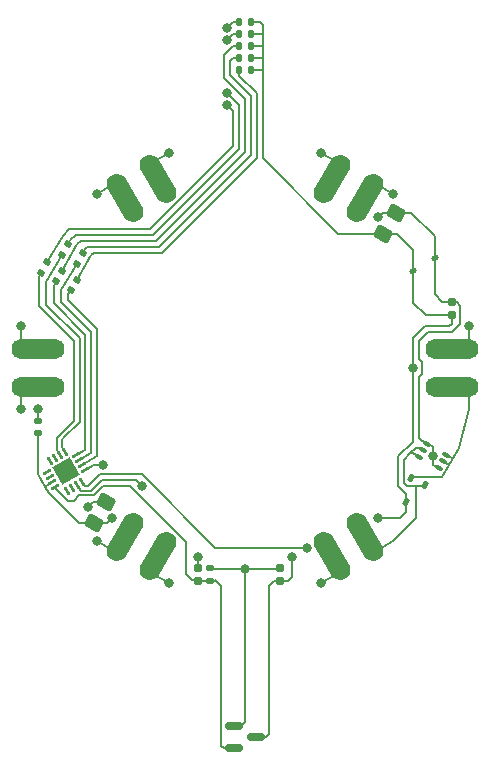
<source format=gbr>
%TF.GenerationSoftware,KiCad,Pcbnew,7.0.10-7.0.10~ubuntu20.04.1*%
%TF.CreationDate,2024-07-01T02:38:10+03:00*%
%TF.ProjectId,Tacho,54616368-6f2e-46b6-9963-61645f706362,rev?*%
%TF.SameCoordinates,Original*%
%TF.FileFunction,Copper,L1,Top*%
%TF.FilePolarity,Positive*%
%FSLAX46Y46*%
G04 Gerber Fmt 4.6, Leading zero omitted, Abs format (unit mm)*
G04 Created by KiCad (PCBNEW 7.0.10-7.0.10~ubuntu20.04.1) date 2024-07-01 02:38:10*
%MOMM*%
%LPD*%
G01*
G04 APERTURE LIST*
G04 Aperture macros list*
%AMRoundRect*
0 Rectangle with rounded corners*
0 $1 Rounding radius*
0 $2 $3 $4 $5 $6 $7 $8 $9 X,Y pos of 4 corners*
0 Add a 4 corners polygon primitive as box body*
4,1,4,$2,$3,$4,$5,$6,$7,$8,$9,$2,$3,0*
0 Add four circle primitives for the rounded corners*
1,1,$1+$1,$2,$3*
1,1,$1+$1,$4,$5*
1,1,$1+$1,$6,$7*
1,1,$1+$1,$8,$9*
0 Add four rect primitives between the rounded corners*
20,1,$1+$1,$2,$3,$4,$5,0*
20,1,$1+$1,$4,$5,$6,$7,0*
20,1,$1+$1,$6,$7,$8,$9,0*
20,1,$1+$1,$8,$9,$2,$3,0*%
%AMRotRect*
0 Rectangle, with rotation*
0 The origin of the aperture is its center*
0 $1 length*
0 $2 width*
0 $3 Rotation angle, in degrees counterclockwise*
0 Add horizontal line*
21,1,$1,$2,0,0,$3*%
G04 Aperture macros list end*
%TA.AperFunction,SMDPad,CuDef*%
%ADD10RoundRect,0.147500X-0.147500X-0.172500X0.147500X-0.172500X0.147500X0.172500X-0.147500X0.172500X0*%
%TD*%
%TA.AperFunction,SMDPad,CuDef*%
%ADD11RoundRect,0.112500X-0.106130X-0.191178X0.218630X-0.003678X0.106130X0.191178X-0.218630X0.003678X0*%
%TD*%
%TA.AperFunction,SMDPad,CuDef*%
%ADD12RoundRect,0.250000X0.242612X-0.529784X0.580112X0.054784X-0.242612X0.529784X-0.580112X-0.054784X0*%
%TD*%
%TA.AperFunction,SMDPad,CuDef*%
%ADD13RoundRect,0.135000X0.092715X-0.209413X0.227715X0.024413X-0.092715X0.209413X-0.227715X-0.024413X0*%
%TD*%
%TA.AperFunction,SMDPad,CuDef*%
%ADD14RoundRect,0.062500X0.229127X-0.271859X-0.120873X0.334359X-0.229127X0.271859X0.120873X-0.334359X0*%
%TD*%
%TA.AperFunction,SMDPad,CuDef*%
%ADD15RoundRect,0.062500X0.334359X0.120873X0.271859X0.229127X-0.334359X-0.120873X-0.271859X-0.229127X0*%
%TD*%
%TA.AperFunction,HeatsinkPad*%
%ADD16RotRect,1.700000X1.700000X120.000000*%
%TD*%
%TA.AperFunction,SMDPad,CuDef*%
%ADD17RoundRect,0.135000X0.185000X-0.135000X0.185000X0.135000X-0.185000X0.135000X-0.185000X-0.135000X0*%
%TD*%
%TA.AperFunction,SMDPad,CuDef*%
%ADD18RoundRect,0.875000X1.375000X0.000000X1.375000X0.000000X-1.375000X0.000000X-1.375000X0.000000X0*%
%TD*%
%TA.AperFunction,SMDPad,CuDef*%
%ADD19RoundRect,0.875000X-0.687500X-1.190785X-0.687500X-1.190785X0.687500X1.190785X0.687500X1.190785X0*%
%TD*%
%TA.AperFunction,SMDPad,CuDef*%
%ADD20RoundRect,0.155000X-0.155000X0.212500X-0.155000X-0.212500X0.155000X-0.212500X0.155000X0.212500X0*%
%TD*%
%TA.AperFunction,SMDPad,CuDef*%
%ADD21RoundRect,0.135000X-0.185000X0.135000X-0.185000X-0.135000X0.185000X-0.135000X0.185000X0.135000X0*%
%TD*%
%TA.AperFunction,SMDPad,CuDef*%
%ADD22RoundRect,0.875000X-0.687500X1.190785X-0.687500X1.190785X0.687500X-1.190785X0.687500X-1.190785X0*%
%TD*%
%TA.AperFunction,SMDPad,CuDef*%
%ADD23RoundRect,0.155000X0.155000X-0.212500X0.155000X0.212500X-0.155000X0.212500X-0.155000X-0.212500X0*%
%TD*%
%TA.AperFunction,SMDPad,CuDef*%
%ADD24RoundRect,0.150000X-0.587500X-0.150000X0.587500X-0.150000X0.587500X0.150000X-0.587500X0.150000X0*%
%TD*%
%TA.AperFunction,SMDPad,CuDef*%
%ADD25RoundRect,0.100000X-0.244856X0.025897X0.144856X-0.199103X0.244856X-0.025897X-0.144856X0.199103X0*%
%TD*%
%TA.AperFunction,SMDPad,CuDef*%
%ADD26RoundRect,0.112500X0.216178X0.149431X0.021322X0.261931X-0.216178X-0.149431X-0.021322X-0.261931X0*%
%TD*%
%TA.AperFunction,ViaPad*%
%ADD27C,0.800000*%
%TD*%
%TA.AperFunction,Conductor*%
%ADD28C,0.200000*%
%TD*%
G04 APERTURE END LIST*
D10*
%TO.P,D3,1,K*%
%TO.N,Net-(D3-K)*%
X99515000Y-72750000D03*
%TO.P,D3,2,A*%
%TO.N,VCC*%
X100485000Y-72750000D03*
%TD*%
D11*
%TO.P,D6,2,A*%
%TO.N,GND*%
X116064772Y-90725000D03*
%TO.P,D6,1,K*%
%TO.N,VCC*%
X114246118Y-91775000D03*
%TD*%
D10*
%TO.P,D5,1,K*%
%TO.N,Net-(D5-K)*%
X99515000Y-70750000D03*
%TO.P,D5,2,A*%
%TO.N,VCC*%
X100485000Y-70750000D03*
%TD*%
%TO.P,D4,1,K*%
%TO.N,Net-(D4-K)*%
X99515000Y-71750000D03*
%TO.P,D4,2,A*%
%TO.N,VCC*%
X100485000Y-71750000D03*
%TD*%
D12*
%TO.P,C2,2*%
%TO.N,GND*%
X112768750Y-86851499D03*
%TO.P,C2,1*%
%TO.N,VCC*%
X111731250Y-88648501D03*
%TD*%
D13*
%TO.P,R4,2*%
%TO.N,Net-(D4-K)*%
X85005000Y-89558327D03*
%TO.P,R4,1*%
%TO.N,Net-(U2-PA3)*%
X84495000Y-90441673D03*
%TD*%
D14*
%TO.P,U2,1,PB1*%
%TO.N,unconnected-(U2-PB1-Pad1)*%
X84926286Y-110391562D03*
%TO.P,U2,2,PA12*%
%TO.N,unconnected-(U2-PA12-Pad2)*%
X85359299Y-110141562D03*
%TO.P,U2,3,PA13-SWD*%
%TO.N,Net-(U2-PA13-SWD)*%
X85792311Y-109891562D03*
%TO.P,U2,4,PA14-SWC*%
%TO.N,Net-(U2-PA14-SWC)*%
X86225324Y-109641562D03*
D15*
%TO.P,U2,5,PF2-NRST*%
%TO.N,Net-(U2-PF2-NRST)*%
X86486117Y-108668269D03*
%TO.P,U2,6,PA0*%
%TO.N,Net-(U2-PA0)*%
X86236117Y-108235256D03*
%TO.P,U2,7,PA1*%
%TO.N,Net-(U2-PA1)*%
X85986117Y-107802244D03*
%TO.P,U2,8,PA2*%
%TO.N,Net-(U2-PA2)*%
X85736117Y-107369231D03*
D14*
%TO.P,U2,9,PA3*%
%TO.N,Net-(U2-PA3)*%
X84762824Y-107108438D03*
%TO.P,U2,10,PA4*%
%TO.N,Net-(U2-PA4)*%
X84329811Y-107358438D03*
%TO.P,U2,11,PA5*%
%TO.N,unconnected-(U2-PA5-Pad11)*%
X83896799Y-107608438D03*
%TO.P,U2,12,PA6*%
%TO.N,unconnected-(U2-PA6-Pad12)*%
X83463786Y-107858438D03*
D15*
%TO.P,U2,13,PA7*%
%TO.N,unconnected-(U2-PA7-Pad13)*%
X83202993Y-108831731D03*
%TO.P,U2,14,PB0*%
%TO.N,unconnected-(U2-PB0-Pad14)*%
X83452993Y-109264744D03*
%TO.P,U2,15,VCC*%
%TO.N,VCC*%
X83702993Y-109697756D03*
%TO.P,U2,16,PA8*%
%TO.N,Net-(U2-PA8)*%
X83952993Y-110130769D03*
D16*
%TO.P,U2,17,VSS*%
%TO.N,GND*%
X84844555Y-108750000D03*
%TD*%
D17*
%TO.P,R7,2*%
%TO.N,VCC*%
X97000000Y-116990000D03*
%TO.P,R7,1*%
%TO.N,Net-(U2-PA8)*%
X97000000Y-118010000D03*
%TD*%
D18*
%TO.P,L4,1,1*%
%TO.N,Net-(L4-Pad1)*%
X82500000Y-101625000D03*
%TO.P,L4,2,2*%
%TO.N,Net-(L3-Pad2)*%
X82500000Y-98375000D03*
%TD*%
%TO.P,L1,1,1*%
%TO.N,Net-(Q3A-D)*%
X117500000Y-101625000D03*
%TO.P,L1,2,2*%
%TO.N,Net-(L1-Pad2)*%
X117500000Y-98375000D03*
%TD*%
D19*
%TO.P,L2,2,2*%
%TO.N,Net-(L1-Pad2)*%
X110157291Y-85657055D03*
%TO.P,L2,1,1*%
%TO.N,Net-(L2-Pad1)*%
X107342709Y-84032055D03*
%TD*%
D20*
%TO.P,C1,1*%
%TO.N,VCC*%
X103000000Y-116932500D03*
%TO.P,C1,2*%
%TO.N,GND*%
X103000000Y-118067500D03*
%TD*%
D21*
%TO.P,R6,1*%
%TO.N,Net-(U2-PF2-NRST)*%
X82500000Y-104490000D03*
%TO.P,R6,2*%
%TO.N,VCC*%
X82500000Y-105510000D03*
%TD*%
D13*
%TO.P,R5,1*%
%TO.N,Net-(U2-PA4)*%
X82745000Y-91941673D03*
%TO.P,R5,2*%
%TO.N,Net-(D5-K)*%
X83255000Y-91058327D03*
%TD*%
D22*
%TO.P,L6,1,1*%
%TO.N,Net-(Q3A-G)*%
X110157291Y-114342945D03*
%TO.P,L6,2,2*%
%TO.N,Net-(L5-Pad2)*%
X107342709Y-115967945D03*
%TD*%
D23*
%TO.P,C5,1*%
%TO.N,Net-(U2-PA8)*%
X96000000Y-118067500D03*
%TO.P,C5,2*%
%TO.N,GND*%
X96000000Y-116932500D03*
%TD*%
D24*
%TO.P,U3,1,VCC*%
%TO.N,VCC*%
X99062500Y-130300000D03*
%TO.P,U3,2,OUT*%
%TO.N,Net-(U2-PA8)*%
X99062500Y-132200000D03*
%TO.P,U3,3,GND*%
%TO.N,GND*%
X100937500Y-131250000D03*
%TD*%
D23*
%TO.P,C4,1*%
%TO.N,VCC*%
X117500000Y-95567500D03*
%TO.P,C4,2*%
%TO.N,GND*%
X117500000Y-94432500D03*
%TD*%
D10*
%TO.P,D2,1,K*%
%TO.N,Net-(D2-K)*%
X99515000Y-73750000D03*
%TO.P,D2,2,A*%
%TO.N,VCC*%
X100485000Y-73750000D03*
%TD*%
D19*
%TO.P,L5,1,1*%
%TO.N,Net-(L4-Pad1)*%
X89842709Y-114342945D03*
%TO.P,L5,2,2*%
%TO.N,Net-(L5-Pad2)*%
X92657291Y-115967945D03*
%TD*%
D25*
%TO.P,Q3,6,D*%
%TO.N,Net-(Q3A-D)*%
X117053169Y-107363045D03*
%TO.P,Q3,5,G*%
X116728169Y-107925962D03*
%TO.P,Q3,4,S*%
%TO.N,GND*%
X116403169Y-108488879D03*
%TO.P,Q3,3,D*%
%TO.N,Net-(Q3A-G)*%
X114757721Y-107538879D03*
%TO.P,Q3,2,G*%
X115082721Y-106975962D03*
%TO.P,Q3,1,S*%
%TO.N,GND*%
X115407721Y-106413045D03*
%TD*%
D13*
%TO.P,R2,1*%
%TO.N,Net-(U2-PA1)*%
X85745000Y-91191673D03*
%TO.P,R2,2*%
%TO.N,Net-(D2-K)*%
X86255000Y-90308327D03*
%TD*%
D22*
%TO.P,L3,1,1*%
%TO.N,Net-(L2-Pad1)*%
X92657291Y-84032055D03*
%TO.P,L3,2,2*%
%TO.N,Net-(L3-Pad2)*%
X89842709Y-85657055D03*
%TD*%
D10*
%TO.P,D1,1,K*%
%TO.N,Net-(D1-K)*%
X99515000Y-74750000D03*
%TO.P,D1,2,A*%
%TO.N,VCC*%
X100485000Y-74750000D03*
%TD*%
D13*
%TO.P,R3,1*%
%TO.N,Net-(U2-PA2)*%
X83995000Y-92691673D03*
%TO.P,R3,2*%
%TO.N,Net-(D3-K)*%
X84505000Y-91808327D03*
%TD*%
D12*
%TO.P,C3,1*%
%TO.N,VCC*%
X87231250Y-113148501D03*
%TO.P,C3,2*%
%TO.N,GND*%
X88268750Y-111351499D03*
%TD*%
D26*
%TO.P,D7,1*%
%TO.N,Net-(Q3A-G)*%
X115218362Y-109941026D03*
%TO.P,D7,2*%
%TO.N,Net-(Q3A-D)*%
X114092528Y-109291026D03*
%TO.P,D7,3*%
%TO.N,VCC*%
X113655445Y-111348076D03*
%TD*%
D13*
%TO.P,R1,1*%
%TO.N,Net-(U2-PA0)*%
X85245000Y-93441673D03*
%TO.P,R1,2*%
%TO.N,Net-(D1-K)*%
X85755000Y-92558327D03*
%TD*%
D27*
%TO.N,GND*%
X115905445Y-107450962D03*
X104000000Y-116000000D03*
X96000000Y-116000000D03*
%TO.N,VCC*%
X114246118Y-99996118D03*
%TO.N,Net-(L1-Pad2)*%
X112531089Y-85295517D03*
%TO.N,Net-(L2-Pad1)*%
X106468911Y-81795517D03*
%TO.N,Net-(L1-Pad2)*%
X119000000Y-96500000D03*
%TO.N,Net-(L5-Pad2)*%
X106468911Y-118204483D03*
%TO.N,Net-(L4-Pad1)*%
X87468911Y-114704483D03*
%TO.N,Net-(L5-Pad2)*%
X93531089Y-118204483D03*
%TO.N,Net-(L2-Pad1)*%
X93531089Y-81795517D03*
%TO.N,Net-(L3-Pad2)*%
X87468911Y-85295517D03*
%TO.N,Net-(U2-PF2-NRST)*%
X88000000Y-108250000D03*
X82500000Y-103500000D03*
%TO.N,VCC*%
X100000000Y-117000000D03*
%TO.N,GND*%
X111250000Y-87250000D03*
X86750000Y-111750000D03*
%TO.N,VCC*%
X88750000Y-112750000D03*
%TO.N,GND*%
X84844555Y-108750000D03*
%TO.N,Net-(U2-PA14-SWC)*%
X105250000Y-115250000D03*
%TO.N,Net-(U2-PA13-SWD)*%
X91250000Y-110000000D03*
%TO.N,Net-(D4-K)*%
X98500000Y-76750000D03*
%TO.N,Net-(D5-K)*%
X98500000Y-77750000D03*
X98500000Y-71250000D03*
%TO.N,Net-(D4-K)*%
X98500000Y-72250000D03*
%TO.N,VCC*%
X111250000Y-112750000D03*
%TO.N,Net-(L3-Pad2)*%
X81000000Y-96500000D03*
%TO.N,Net-(L4-Pad1)*%
X81000000Y-103500000D03*
%TD*%
D28*
%TO.N,VCC*%
X111250000Y-112750000D02*
X113152396Y-112750000D01*
X113152396Y-112750000D02*
X113655445Y-112246951D01*
X113655445Y-112246951D02*
X113655445Y-111348076D01*
%TO.N,Net-(Q3A-G)*%
X110157292Y-114342945D02*
X110719792Y-115317224D01*
X112531089Y-114704483D02*
X114500000Y-112735572D01*
X110719792Y-115317224D02*
X111232051Y-115454483D01*
X111232051Y-115454483D02*
X112531089Y-114704483D01*
X114500000Y-112735572D02*
X114500000Y-110000000D01*
%TO.N,GND*%
X111250000Y-87250000D02*
X111648501Y-86851499D01*
X111648501Y-86851499D02*
X112768750Y-86851499D01*
%TO.N,Net-(D1-K)*%
X99515000Y-74750000D02*
X99515000Y-75265000D01*
X86964102Y-90464102D02*
X85755000Y-92558327D01*
X87178204Y-90250000D02*
X86964102Y-90464102D01*
X93000000Y-90250000D02*
X87178204Y-90250000D01*
X101000000Y-82250000D02*
X93000000Y-90250000D01*
X101000000Y-76750000D02*
X101000000Y-82250000D01*
X99515000Y-75265000D02*
X101000000Y-76750000D01*
%TO.N,Net-(Q3A-G)*%
X114011542Y-107238458D02*
X114487709Y-106762291D01*
X114487709Y-106762291D02*
X114719351Y-106762291D01*
X114719351Y-106762291D02*
X114728530Y-106771470D01*
X114728530Y-106771470D02*
X115082721Y-106975962D01*
X115218362Y-109941026D02*
X115159388Y-110000000D01*
X115159388Y-110000000D02*
X113750000Y-110000000D01*
X113750000Y-110000000D02*
X113462627Y-109712627D01*
X113462627Y-109712627D02*
X113462627Y-107787373D01*
X113462627Y-107787373D02*
X114011542Y-107238458D01*
X114011542Y-107238458D02*
X114237376Y-107238458D01*
%TO.N,VCC*%
X114246118Y-99996118D02*
X114246118Y-106253882D01*
X114246118Y-106253882D02*
X113000000Y-107500000D01*
X113000000Y-107500000D02*
X113000000Y-110000000D01*
X113000000Y-110000000D02*
X113655445Y-110655445D01*
X113655445Y-110655445D02*
X113655445Y-111348076D01*
%TO.N,Net-(Q3A-D)*%
X116709292Y-109209292D02*
X118129165Y-106750000D01*
X116709292Y-109209292D02*
X114174262Y-109209292D01*
X114174262Y-109209292D02*
X114092528Y-109291026D01*
X119000000Y-103500000D02*
X118129165Y-106750000D01*
X119000000Y-103500000D02*
X119000000Y-102000000D01*
X119000000Y-102000000D02*
X118625001Y-101625000D01*
X118625001Y-101625000D02*
X117500001Y-101625000D01*
X117573513Y-107663466D02*
X117053169Y-107363045D01*
X117248513Y-108226383D02*
X116728169Y-107925962D01*
%TO.N,Net-(Q3A-G)*%
X114237376Y-107238458D02*
X114757721Y-107538879D01*
%TO.N,GND*%
X115838338Y-106661662D02*
X115407721Y-106413045D01*
X115882824Y-106706148D02*
X115882824Y-108188458D01*
X115838338Y-106661662D02*
X115882824Y-106706148D01*
X115882824Y-108188458D02*
X116403169Y-108488879D01*
X114750000Y-100750000D02*
X114750000Y-105975248D01*
X115000000Y-100500000D02*
X114750000Y-100750000D01*
X114750000Y-99250000D02*
X115000000Y-99500000D01*
X115000000Y-99500000D02*
X115000000Y-100500000D01*
X115500000Y-97000000D02*
X114750000Y-97750000D01*
X118250000Y-96250000D02*
X117500000Y-97000000D01*
X118250000Y-94750000D02*
X118250000Y-96250000D01*
X114750000Y-97750000D02*
X114750000Y-99250000D01*
X117500000Y-97000000D02*
X115500000Y-97000000D01*
X117932500Y-94432500D02*
X118250000Y-94750000D01*
X117500000Y-94432500D02*
X117932500Y-94432500D01*
X114887376Y-106112624D02*
X115407721Y-106413045D01*
X114750000Y-105975248D02*
X114887376Y-106112624D01*
X104000000Y-116000000D02*
X104000000Y-117750000D01*
X104000000Y-117750000D02*
X103682500Y-118067500D01*
X103682500Y-118067500D02*
X103000000Y-118067500D01*
%TO.N,VCC*%
X111731250Y-88648501D02*
X107898501Y-88648501D01*
X107898501Y-88648501D02*
X101500000Y-82250000D01*
X101500000Y-82250000D02*
X101500000Y-74750000D01*
%TO.N,Net-(D2-K)*%
X86255000Y-90308327D02*
X86457532Y-89957532D01*
X100500000Y-82000000D02*
X100500000Y-77000000D01*
X86457532Y-89957532D02*
X86665064Y-89750000D01*
X86665064Y-89750000D02*
X92750000Y-89750000D01*
X98750000Y-75250000D02*
X98750000Y-74000000D01*
X92750000Y-89750000D02*
X100500000Y-82000000D01*
X100500000Y-77000000D02*
X98750000Y-75250000D01*
X98750000Y-74000000D02*
X99000000Y-73750000D01*
X99000000Y-73750000D02*
X99515000Y-73750000D01*
%TO.N,Net-(D3-K)*%
X84505000Y-91808327D02*
X85805608Y-89555608D01*
X98250000Y-75500000D02*
X98250000Y-73500000D01*
X99000000Y-72750000D02*
X99515000Y-72750000D01*
X85805608Y-89555608D02*
X86111216Y-89250000D01*
X92500000Y-89250000D02*
X100000000Y-81750000D01*
X86111216Y-89250000D02*
X92500000Y-89250000D01*
X100000000Y-81750000D02*
X100000000Y-77250000D01*
X100000000Y-77250000D02*
X98250000Y-75500000D01*
X98250000Y-73500000D02*
X99000000Y-72750000D01*
%TO.N,Net-(D4-K)*%
X85005000Y-89558327D02*
X85207532Y-89207532D01*
X85207532Y-89207532D02*
X85665064Y-88750000D01*
X85665064Y-88750000D02*
X92250000Y-88750000D01*
X92250000Y-88750000D02*
X99500000Y-81500000D01*
X99500000Y-81500000D02*
X99500000Y-77750000D01*
X99500000Y-77750000D02*
X98500000Y-76750000D01*
%TO.N,Net-(D5-K)*%
X98500000Y-77750000D02*
X99000000Y-78250000D01*
X99000000Y-78250000D02*
X99000000Y-81250000D01*
X99000000Y-81250000D02*
X92000000Y-88250000D01*
X92000000Y-88250000D02*
X85111216Y-88250000D01*
X85111216Y-88250000D02*
X84555608Y-88805608D01*
X84555608Y-88805608D02*
X83255000Y-91058327D01*
%TO.N,VCC*%
X117500000Y-95567500D02*
X115317500Y-95567500D01*
X115317500Y-95567500D02*
X114246118Y-94496118D01*
X114246118Y-94496118D02*
X114246118Y-91775000D01*
%TO.N,GND*%
X116064772Y-90725000D02*
X116064772Y-93781022D01*
X116064772Y-93781022D02*
X116716250Y-94432500D01*
X116716250Y-94432500D02*
X117500000Y-94432500D01*
%TO.N,VCC*%
X117500000Y-95567500D02*
X117500000Y-96250000D01*
X117500000Y-96250000D02*
X117250000Y-96500000D01*
X117250000Y-96500000D02*
X115250000Y-96500000D01*
X115250000Y-96500000D02*
X114250000Y-97500000D01*
X114250000Y-99992236D02*
X114246118Y-99996118D01*
X114250000Y-97500000D02*
X114250000Y-99992236D01*
%TO.N,GND*%
X96000000Y-116932500D02*
X96000000Y-116000000D01*
%TO.N,VCC*%
X114250000Y-100000000D02*
X114246118Y-99996118D01*
X112851499Y-88648501D02*
X114246118Y-90043120D01*
X114246118Y-90043120D02*
X114246118Y-91775000D01*
%TO.N,GND*%
X116064772Y-90725000D02*
X116064772Y-88814772D01*
X116064772Y-88814772D02*
X114101499Y-86851499D01*
X114101499Y-86851499D02*
X112768750Y-86851499D01*
%TO.N,Net-(L1-Pad2)*%
X112531089Y-85295517D02*
X111232051Y-84545517D01*
%TO.N,Net-(L2-Pad1)*%
X107905209Y-83057776D02*
X107342709Y-84032055D01*
%TO.N,Net-(L1-Pad2)*%
X110719792Y-84682776D02*
X110157292Y-85657055D01*
%TO.N,Net-(L2-Pad1)*%
X106468911Y-81795517D02*
X107767949Y-82545517D01*
X107767949Y-82545517D02*
X107905209Y-83057776D01*
%TO.N,Net-(L1-Pad2)*%
X111232051Y-84545517D02*
X110719792Y-84682776D01*
X118625001Y-98375000D02*
X117500001Y-98375000D01*
X119000000Y-96500000D02*
X119000000Y-98000000D01*
X119000000Y-98000000D02*
X118625001Y-98375000D01*
%TO.N,Net-(L5-Pad2)*%
X106468911Y-118204483D02*
X107767949Y-117454483D01*
X107905209Y-116942224D02*
X107342709Y-115967945D01*
X107767949Y-117454483D02*
X107905209Y-116942224D01*
%TO.N,Net-(L4-Pad1)*%
X87468911Y-114704483D02*
X88767949Y-115454483D01*
%TO.N,Net-(L5-Pad2)*%
X92094791Y-116942224D02*
X92657291Y-115967945D01*
%TO.N,Net-(L4-Pad1)*%
X89280208Y-115317224D02*
X89842708Y-114342945D01*
%TO.N,Net-(L5-Pad2)*%
X93531089Y-118204483D02*
X92232051Y-117454483D01*
X92232051Y-117454483D02*
X92094791Y-116942224D01*
%TO.N,Net-(L4-Pad1)*%
X88767949Y-115454483D02*
X89280208Y-115317224D01*
%TO.N,Net-(L3-Pad2)*%
X89280208Y-84682776D02*
X89842708Y-85657055D01*
X87468911Y-85295517D02*
X88767949Y-84545517D01*
%TO.N,Net-(L2-Pad1)*%
X93531089Y-81795517D02*
X92232051Y-82545517D01*
X92094791Y-83057776D02*
X92657291Y-84032055D01*
%TO.N,Net-(L3-Pad2)*%
X88767949Y-84545517D02*
X89280208Y-84682776D01*
%TO.N,Net-(L2-Pad1)*%
X92232051Y-82545517D02*
X92094791Y-83057776D01*
%TO.N,Net-(L4-Pad1)*%
X81000000Y-103500000D02*
X81000000Y-102000000D01*
X81000000Y-102000000D02*
X81375000Y-101625000D01*
X81375000Y-101625000D02*
X82500000Y-101625000D01*
%TO.N,Net-(L3-Pad2)*%
X81000000Y-96500000D02*
X81000000Y-98000000D01*
X81000000Y-98000000D02*
X81375000Y-98375000D01*
X81375000Y-98375000D02*
X82500000Y-98375000D01*
%TO.N,Net-(U2-PA8)*%
X85000000Y-111250000D02*
X83952993Y-110202993D01*
X85500000Y-111250000D02*
X85000000Y-111250000D01*
X87191034Y-110808966D02*
X85941034Y-110808966D01*
X88000000Y-110000000D02*
X87191034Y-110808966D01*
X90250000Y-110000000D02*
X88000000Y-110000000D01*
X95000000Y-114750000D02*
X90250000Y-110000000D01*
X95000000Y-117500000D02*
X95000000Y-114750000D01*
X85941034Y-110808966D02*
X85500000Y-111250000D01*
X95500000Y-118000000D02*
X95000000Y-117500000D01*
X83952993Y-110202993D02*
X83952993Y-110130769D01*
X95932500Y-118000000D02*
X95500000Y-118000000D01*
X96000000Y-118067500D02*
X95932500Y-118000000D01*
%TO.N,Net-(U2-PA13-SWD)*%
X86966034Y-110408966D02*
X86091034Y-110408966D01*
X86091034Y-110408966D02*
X85792311Y-109891562D01*
X87875000Y-109500000D02*
X86966034Y-110408966D01*
X90750000Y-109500000D02*
X87875000Y-109500000D01*
X91250000Y-110000000D02*
X90750000Y-109500000D01*
%TO.N,Net-(U2-PA14-SWC)*%
X86492256Y-110000000D02*
X86350324Y-109858068D01*
X87750000Y-109000000D02*
X86750000Y-110000000D01*
X91250000Y-109000000D02*
X87750000Y-109000000D01*
X97500000Y-115250000D02*
X91250000Y-109000000D01*
X86750000Y-110000000D02*
X86492256Y-110000000D01*
X105250000Y-115250000D02*
X97500000Y-115250000D01*
%TO.N,Net-(U2-PF2-NRST)*%
X87235572Y-108235572D02*
X86486117Y-108668269D01*
X87250000Y-108250000D02*
X87235572Y-108235572D01*
X88000000Y-108250000D02*
X87250000Y-108250000D01*
X82500000Y-103500000D02*
X82500000Y-104490000D01*
%TO.N,VCC*%
X82500000Y-105510000D02*
X82500000Y-106000000D01*
X82500000Y-106000000D02*
X82440697Y-106059303D01*
X82440697Y-106059303D02*
X82440697Y-108983166D01*
X82440697Y-108983166D02*
X83065697Y-110065698D01*
%TO.N,Net-(U2-PA8)*%
X97000000Y-118010000D02*
X96057500Y-118010000D01*
X96057500Y-118010000D02*
X96000000Y-118067500D01*
%TO.N,VCC*%
X99700000Y-130300000D02*
X100000000Y-130000000D01*
X99062500Y-130300000D02*
X99700000Y-130300000D01*
X100000000Y-130000000D02*
X100000000Y-117000000D01*
X103000000Y-116932500D02*
X102932500Y-117000000D01*
X102932500Y-117000000D02*
X97010000Y-117000000D01*
X97010000Y-117000000D02*
X97000000Y-116990000D01*
%TO.N,GND*%
X100937500Y-131250000D02*
X101750000Y-131250000D01*
X101750000Y-131250000D02*
X102000000Y-131000000D01*
X102000000Y-131000000D02*
X102000000Y-118500000D01*
X102000000Y-118500000D02*
X102432500Y-118067500D01*
X102432500Y-118067500D02*
X103000000Y-118067500D01*
%TO.N,Net-(U2-PA8)*%
X99062500Y-132200000D02*
X98200000Y-132200000D01*
X98200000Y-132200000D02*
X98000000Y-132000000D01*
X98000000Y-132000000D02*
X98000000Y-118500000D01*
X98000000Y-118500000D02*
X97500000Y-118000000D01*
X97500000Y-118000000D02*
X97490000Y-118010000D01*
X97490000Y-118010000D02*
X97000000Y-118010000D01*
%TO.N,VCC*%
X112851499Y-88648501D02*
X111731250Y-88648501D01*
%TO.N,GND*%
X86750000Y-111750000D02*
X87148501Y-111351499D01*
X87148501Y-111351499D02*
X88268750Y-111351499D01*
%TO.N,VCC*%
X88750000Y-112750000D02*
X88351499Y-113148501D01*
X88351499Y-113148501D02*
X87231250Y-113148501D01*
X85915759Y-113148501D02*
X83383629Y-110616371D01*
X87231250Y-113148501D02*
X85915759Y-113148501D01*
X83383629Y-110616371D02*
X83065697Y-110065698D01*
X83065697Y-110065698D02*
X83702993Y-109697756D01*
X101500000Y-73750000D02*
X101500000Y-74750000D01*
X100485000Y-74750000D02*
X101500000Y-74750000D01*
X101500000Y-72750000D02*
X101500000Y-73750000D01*
X100485000Y-73750000D02*
X101500000Y-73750000D01*
X101500000Y-71750000D02*
X101500000Y-72750000D01*
X100485000Y-72750000D02*
X101500000Y-72750000D01*
X101500000Y-71000000D02*
X101500000Y-71750000D01*
X100485000Y-71750000D02*
X101500000Y-71750000D01*
X100485000Y-70750000D02*
X101250000Y-70750000D01*
X101250000Y-70750000D02*
X101500000Y-71000000D01*
%TO.N,Net-(D5-K)*%
X99515000Y-70750000D02*
X99000000Y-70750000D01*
X99000000Y-70750000D02*
X98500000Y-71250000D01*
%TO.N,Net-(D4-K)*%
X99000000Y-71750000D02*
X98500000Y-72250000D01*
X99515000Y-71750000D02*
X99000000Y-71750000D01*
%TO.N,Net-(U2-PA0)*%
X87500000Y-107500000D02*
X87503520Y-107503520D01*
X85042468Y-94292468D02*
X87500000Y-96750000D01*
X85042468Y-93792468D02*
X85042468Y-94292468D01*
X87503520Y-107503520D02*
X86236117Y-108235256D01*
X87500000Y-96750000D02*
X87500000Y-107500000D01*
X85245000Y-93441673D02*
X85042468Y-93792468D01*
%TO.N,Net-(U2-PA1)*%
X84444392Y-93444392D02*
X85745000Y-91191673D01*
X86979002Y-107229002D02*
X87000000Y-107208004D01*
X87000000Y-107208004D02*
X87000000Y-97000000D01*
X85986117Y-107802244D02*
X86979002Y-107229002D01*
X87000000Y-97000000D02*
X84444392Y-94444392D01*
X84444392Y-94444392D02*
X84444392Y-93444392D01*
%TO.N,Net-(U2-PA2)*%
X83792468Y-94542468D02*
X86500000Y-97250000D01*
X83995000Y-92691673D02*
X83792468Y-93042468D01*
X86454483Y-106954483D02*
X85736117Y-107369231D01*
X86500000Y-97250000D02*
X86500000Y-106908966D01*
X83792468Y-93042468D02*
X83792468Y-94542468D01*
X86500000Y-106908966D02*
X86454483Y-106954483D01*
%TO.N,Net-(U2-PA3)*%
X83194392Y-92694392D02*
X84495000Y-90441673D01*
X84584131Y-105981555D02*
X86000000Y-104565686D01*
X83194392Y-94694392D02*
X83194392Y-92694392D01*
X84762824Y-107108438D02*
X84510907Y-106672106D01*
X86000000Y-97500000D02*
X83194392Y-94694392D01*
X86000000Y-104565686D02*
X86000000Y-97500000D01*
X84510907Y-106672106D02*
X84510907Y-106158332D01*
X84584116Y-105981540D02*
G75*
G03*
X84510907Y-106158332I176784J-176760D01*
G01*
%TO.N,Net-(U2-PA4)*%
X85500000Y-97750000D02*
X82542468Y-94792468D01*
X84329811Y-107358438D02*
X84077894Y-106922106D01*
X82542468Y-94792468D02*
X82542468Y-92292468D01*
X85500000Y-104500000D02*
X85500000Y-97750000D01*
X82542468Y-92292468D02*
X82745000Y-91941673D01*
X84151117Y-105848883D02*
X85500000Y-104500000D01*
X84077894Y-106922106D02*
X84077894Y-106025659D01*
X84151136Y-105848902D02*
G75*
G03*
X84077894Y-106025659I176764J-176798D01*
G01*
%TD*%
M02*

</source>
